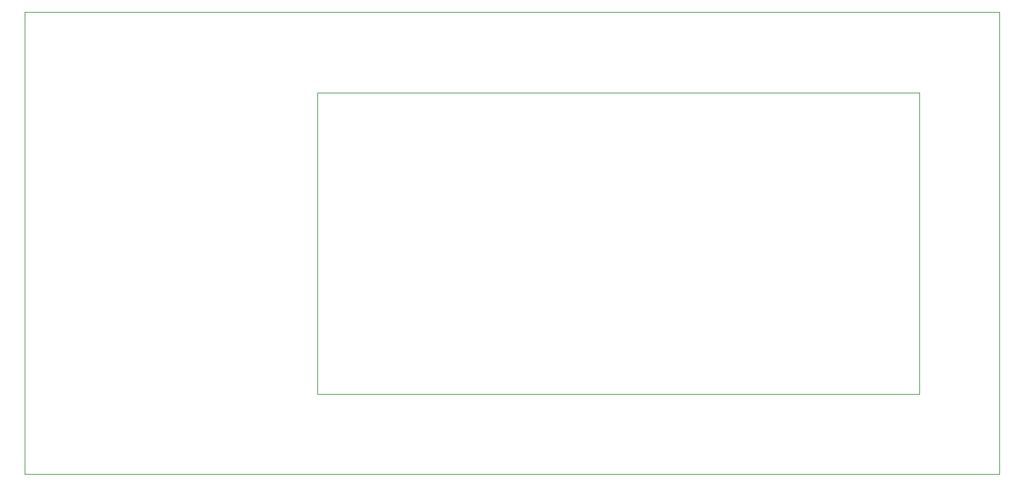
<source format=gm1>
G04 #@! TF.GenerationSoftware,KiCad,Pcbnew,(5.1.10-1-10_14)*
G04 #@! TF.CreationDate,2021-08-02T22:04:10+08:00*
G04 #@! TF.ProjectId,SMP top plate v.2 ,534d5020-746f-4702-9070-6c6174652076,rev?*
G04 #@! TF.SameCoordinates,Original*
G04 #@! TF.FileFunction,Profile,NP*
%FSLAX46Y46*%
G04 Gerber Fmt 4.6, Leading zero omitted, Abs format (unit mm)*
G04 Created by KiCad (PCBNEW (5.1.10-1-10_14)) date 2021-08-02 22:04:10*
%MOMM*%
%LPD*%
G01*
G04 APERTURE LIST*
G04 #@! TA.AperFunction,Profile*
%ADD10C,0.050000*%
G04 #@! TD*
G04 APERTURE END LIST*
D10*
X183972200Y-81432400D02*
X107543600Y-81432400D01*
X183972200Y-119735600D02*
X183972200Y-81432400D01*
X107543600Y-119735600D02*
X183972200Y-119735600D01*
X107543600Y-81432400D02*
X107543600Y-119735600D01*
X194202050Y-129927350D02*
X194202050Y-71189850D01*
X194202050Y-71189850D02*
X70377050Y-71189850D01*
X70377050Y-71189850D02*
X70377050Y-129927350D01*
X70377050Y-129927350D02*
X194202050Y-129927350D01*
M02*

</source>
